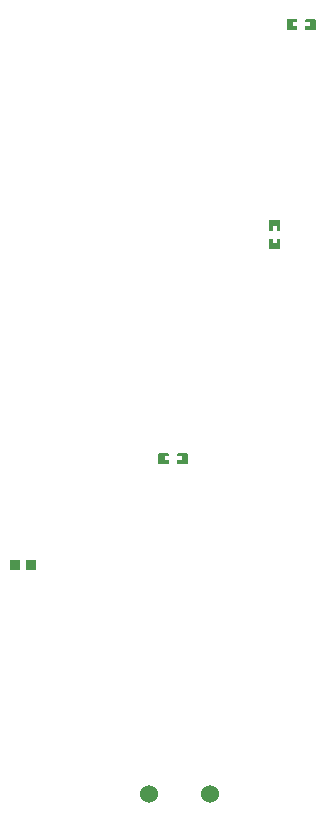
<source format=gbp>
G04 Layer: BottomPasteMaskLayer*
G04 EasyEDA v6.5.40, 2024-05-01 14:29:32*
G04 7703e67730494ffebf129c6139567d94,10*
G04 Gerber Generator version 0.2*
G04 Scale: 100 percent, Rotated: No, Reflected: No *
G04 Dimensions in millimeters *
G04 leading zeros omitted , absolute positions ,4 integer and 5 decimal *
%FSLAX45Y45*%
%MOMM*%

%AMMACRO1*21,1,$1,$2,0,0,$3*%
%ADD10C,1.5240*%
%ADD11MACRO1,0.8001X0.9002X0.0000*%

%LPD*%
G36*
X2750159Y-535127D02*
G01*
X2745181Y-540156D01*
X2745181Y-564337D01*
X2782163Y-564337D01*
X2782163Y-597357D01*
X2745181Y-597357D01*
X2745181Y-620166D01*
X2750159Y-625144D01*
X2830169Y-625144D01*
X2835198Y-620166D01*
X2835198Y-540156D01*
X2830169Y-535127D01*
G37*
G36*
X2591206Y-535127D02*
G01*
X2586177Y-540156D01*
X2586177Y-620166D01*
X2591206Y-625144D01*
X2670200Y-625144D01*
X2675178Y-620166D01*
X2675178Y-597357D01*
X2637180Y-597357D01*
X2637180Y-564337D01*
X2675178Y-564337D01*
X2675178Y-540156D01*
X2670200Y-535127D01*
G37*
G36*
X2445613Y-2236114D02*
G01*
X2440635Y-2241092D01*
X2440635Y-2321102D01*
X2445613Y-2326081D01*
X2469845Y-2326081D01*
X2469845Y-2289098D01*
X2502814Y-2289098D01*
X2502814Y-2326081D01*
X2525623Y-2326081D01*
X2530602Y-2321102D01*
X2530602Y-2241092D01*
X2525623Y-2236114D01*
G37*
G36*
X2445613Y-2396083D02*
G01*
X2440635Y-2401112D01*
X2440635Y-2480106D01*
X2445613Y-2485085D01*
X2525623Y-2485085D01*
X2530602Y-2480106D01*
X2530602Y-2401112D01*
X2525623Y-2396083D01*
X2502814Y-2396083D01*
X2502814Y-2434082D01*
X2469845Y-2434082D01*
X2469845Y-2396083D01*
G37*
G36*
X1505915Y-4211066D02*
G01*
X1500886Y-4216095D01*
X1500886Y-4296054D01*
X1505915Y-4301083D01*
X1585925Y-4301083D01*
X1590903Y-4296054D01*
X1590903Y-4271873D01*
X1553921Y-4271873D01*
X1553921Y-4238853D01*
X1590903Y-4238853D01*
X1590903Y-4216095D01*
X1585925Y-4211066D01*
G37*
G36*
X1665884Y-4211066D02*
G01*
X1660906Y-4216095D01*
X1660906Y-4238853D01*
X1698904Y-4238853D01*
X1698904Y-4271873D01*
X1660906Y-4271873D01*
X1660906Y-4296054D01*
X1665884Y-4301083D01*
X1744929Y-4301083D01*
X1749907Y-4296054D01*
X1749907Y-4216095D01*
X1744929Y-4211066D01*
G37*
D10*
G01*
X1419987Y-7099985D03*
G01*
X1940001Y-7099985D03*
D11*
G01*
X425094Y-5156301D03*
G01*
X285089Y-5156301D03*
M02*

</source>
